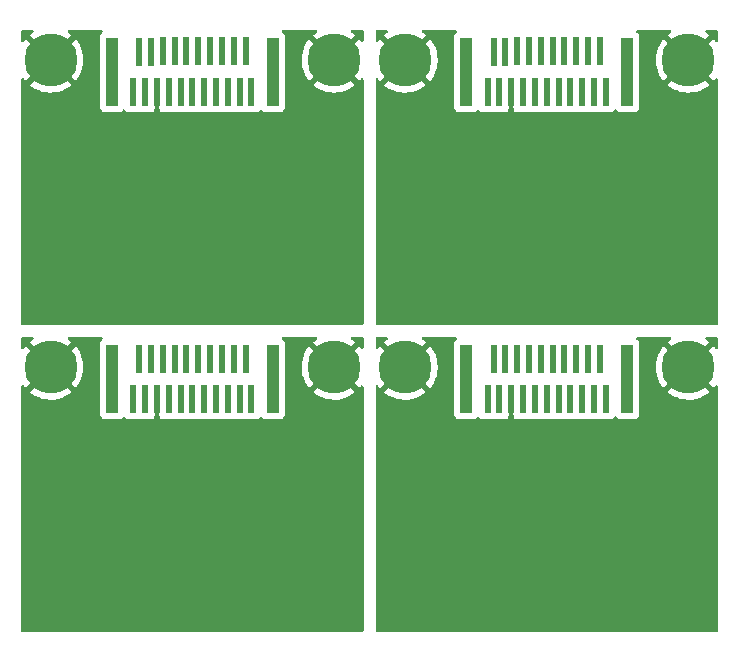
<source format=gbr>
%TF.GenerationSoftware,KiCad,Pcbnew,(6.0.0-0)*%
%TF.CreationDate,2022-03-16T23:04:28-04:00*%
%TF.ProjectId,for_stencil,666f725f-7374-4656-9e63-696c2e6b6963,rev?*%
%TF.SameCoordinates,Original*%
%TF.FileFunction,Copper,L4,Bot*%
%TF.FilePolarity,Positive*%
%FSLAX46Y46*%
G04 Gerber Fmt 4.6, Leading zero omitted, Abs format (unit mm)*
G04 Created by KiCad (PCBNEW (6.0.0-0)) date 2022-03-16 23:04:28*
%MOMM*%
%LPD*%
G01*
G04 APERTURE LIST*
%TA.AperFunction,ComponentPad*%
%ADD10C,4.500000*%
%TD*%
%TA.AperFunction,SMDPad,CuDef*%
%ADD11R,1.000000X5.850000*%
%TD*%
%TA.AperFunction,SMDPad,CuDef*%
%ADD12R,0.610000X2.410000*%
%TD*%
G04 APERTURE END LIST*
D10*
%TO.P,H1,1,1*%
%TO.N,GND*%
X95000000Y-38000000D03*
%TD*%
%TO.P,H1,1,1*%
%TO.N,GND*%
X125000000Y-38000000D03*
%TD*%
D11*
%TO.P,J1,*%
%TO.N,*%
X100173500Y-39000000D03*
X113826500Y-39000000D03*
D12*
%TO.P,J1,1,SDA(E)*%
%TO.N,/SDA_EEPROM*%
X101996500Y-40720000D03*
%TO.P,J1,2,SCL(E)*%
%TO.N,/SCL_EEPROM*%
X102996500Y-40720000D03*
%TO.P,J1,3,GND*%
%TO.N,GND*%
X103996500Y-40720000D03*
%TO.P,J1,4,NC*%
%TO.N,unconnected-(J1-Pad4)*%
X104996500Y-40720000D03*
%TO.P,J1,5,~{RST}*%
%TO.N,/~{RST}*%
X105996500Y-40720000D03*
%TO.P,J1,6,SCK*%
%TO.N,/SCK*%
X106996500Y-40720000D03*
%TO.P,J1,7,MISO*%
%TO.N,/MISO*%
X107996500Y-40720000D03*
%TO.P,J1,8,MOSI*%
%TO.N,/MOSI*%
X108996500Y-40720000D03*
%TO.P,J1,9,CE*%
%TO.N,/CS*%
X109996500Y-40720000D03*
%TO.P,J1,10,SDA*%
%TO.N,/SDA*%
X110996500Y-40720000D03*
%TO.P,J1,11,SCL*%
%TO.N,/SCL*%
X111996500Y-40720000D03*
%TO.P,J1,12,NC*%
%TO.N,unconnected-(J1-Pad12)*%
X111496500Y-37280000D03*
%TO.P,J1,13,RX*%
%TO.N,/RXD*%
X110496500Y-37280000D03*
%TO.P,J1,14,TX*%
%TO.N,/TXD*%
X109496500Y-37280000D03*
%TO.P,J1,15,STAT*%
%TO.N,/Status*%
X108496500Y-37280000D03*
%TO.P,J1,16,A0*%
%TO.N,/A0*%
X107496500Y-37280000D03*
%TO.P,J1,17,A1*%
%TO.N,/A1*%
X106496500Y-37280000D03*
%TO.P,J1,18,NC*%
%TO.N,unconnected-(J1-Pad18)*%
X105496500Y-37280000D03*
%TO.P,J1,19,3V3*%
%TO.N,/3V3*%
X104496500Y-37280000D03*
%TO.P,J1,20,NC*%
%TO.N,unconnected-(J1-Pad20)*%
X103496500Y-37320000D03*
%TO.P,J1,21,5V*%
%TO.N,/5V*%
X102496500Y-37320000D03*
%TD*%
D11*
%TO.P,J1,*%
%TO.N,*%
X130173500Y-39000000D03*
X143826500Y-39000000D03*
D12*
%TO.P,J1,1,SDA(E)*%
%TO.N,/SDA_EEPROM*%
X131996500Y-40720000D03*
%TO.P,J1,2,SCL(E)*%
%TO.N,/SCL_EEPROM*%
X132996500Y-40720000D03*
%TO.P,J1,3,GND*%
%TO.N,GND*%
X133996500Y-40720000D03*
%TO.P,J1,4,NC*%
%TO.N,unconnected-(J1-Pad4)*%
X134996500Y-40720000D03*
%TO.P,J1,5,~{RST}*%
%TO.N,/~{RST}*%
X135996500Y-40720000D03*
%TO.P,J1,6,SCK*%
%TO.N,/SCK*%
X136996500Y-40720000D03*
%TO.P,J1,7,MISO*%
%TO.N,/MISO*%
X137996500Y-40720000D03*
%TO.P,J1,8,MOSI*%
%TO.N,/MOSI*%
X138996500Y-40720000D03*
%TO.P,J1,9,CE*%
%TO.N,/CS*%
X139996500Y-40720000D03*
%TO.P,J1,10,SDA*%
%TO.N,/SDA*%
X140996500Y-40720000D03*
%TO.P,J1,11,SCL*%
%TO.N,/SCL*%
X141996500Y-40720000D03*
%TO.P,J1,12,NC*%
%TO.N,unconnected-(J1-Pad12)*%
X141496500Y-37280000D03*
%TO.P,J1,13,RX*%
%TO.N,/RXD*%
X140496500Y-37280000D03*
%TO.P,J1,14,TX*%
%TO.N,/TXD*%
X139496500Y-37280000D03*
%TO.P,J1,15,STAT*%
%TO.N,/Status*%
X138496500Y-37280000D03*
%TO.P,J1,16,A0*%
%TO.N,/A0*%
X137496500Y-37280000D03*
%TO.P,J1,17,A1*%
%TO.N,/A1*%
X136496500Y-37280000D03*
%TO.P,J1,18,NC*%
%TO.N,unconnected-(J1-Pad18)*%
X135496500Y-37280000D03*
%TO.P,J1,19,3V3*%
%TO.N,/3V3*%
X134496500Y-37280000D03*
%TO.P,J1,20,NC*%
%TO.N,unconnected-(J1-Pad20)*%
X133496500Y-37320000D03*
%TO.P,J1,21,5V*%
%TO.N,/5V*%
X132496500Y-37320000D03*
%TD*%
D10*
%TO.P,H2,1,1*%
%TO.N,GND*%
X149000000Y-38000000D03*
%TD*%
%TO.P,H2,1,1*%
%TO.N,GND*%
X119000000Y-38000000D03*
%TD*%
%TO.P,H1,1,1*%
%TO.N,GND*%
X125000000Y-64000000D03*
%TD*%
D11*
%TO.P,J1,*%
%TO.N,*%
X130173500Y-65000000D03*
X143826500Y-65000000D03*
D12*
%TO.P,J1,1,SDA(E)*%
%TO.N,/SDA_EEPROM*%
X131996500Y-66720000D03*
%TO.P,J1,2,SCL(E)*%
%TO.N,/SCL_EEPROM*%
X132996500Y-66720000D03*
%TO.P,J1,3,GND*%
%TO.N,GND*%
X133996500Y-66720000D03*
%TO.P,J1,4,NC*%
%TO.N,unconnected-(J1-Pad4)*%
X134996500Y-66720000D03*
%TO.P,J1,5,~{RST}*%
%TO.N,/~{RST}*%
X135996500Y-66720000D03*
%TO.P,J1,6,SCK*%
%TO.N,/SCK*%
X136996500Y-66720000D03*
%TO.P,J1,7,MISO*%
%TO.N,/MISO*%
X137996500Y-66720000D03*
%TO.P,J1,8,MOSI*%
%TO.N,/MOSI*%
X138996500Y-66720000D03*
%TO.P,J1,9,CE*%
%TO.N,/CS*%
X139996500Y-66720000D03*
%TO.P,J1,10,SDA*%
%TO.N,/SDA*%
X140996500Y-66720000D03*
%TO.P,J1,11,SCL*%
%TO.N,/SCL*%
X141996500Y-66720000D03*
%TO.P,J1,12,NC*%
%TO.N,unconnected-(J1-Pad12)*%
X141496500Y-63280000D03*
%TO.P,J1,13,RX*%
%TO.N,/RXD*%
X140496500Y-63280000D03*
%TO.P,J1,14,TX*%
%TO.N,/TXD*%
X139496500Y-63280000D03*
%TO.P,J1,15,STAT*%
%TO.N,/Status*%
X138496500Y-63280000D03*
%TO.P,J1,16,A0*%
%TO.N,/A0*%
X137496500Y-63280000D03*
%TO.P,J1,17,A1*%
%TO.N,/A1*%
X136496500Y-63280000D03*
%TO.P,J1,18,NC*%
%TO.N,unconnected-(J1-Pad18)*%
X135496500Y-63280000D03*
%TO.P,J1,19,3V3*%
%TO.N,/3V3*%
X134496500Y-63280000D03*
%TO.P,J1,20,NC*%
%TO.N,unconnected-(J1-Pad20)*%
X133496500Y-63320000D03*
%TO.P,J1,21,5V*%
%TO.N,/5V*%
X132496500Y-63320000D03*
%TD*%
D10*
%TO.P,H2,1,1*%
%TO.N,GND*%
X149000000Y-64000000D03*
%TD*%
%TO.P,H1,1,1*%
%TO.N,GND*%
X95000000Y-64000000D03*
%TD*%
%TO.P,H2,1,1*%
%TO.N,GND*%
X119000000Y-64000000D03*
%TD*%
D11*
%TO.P,J1,*%
%TO.N,*%
X100173500Y-65000000D03*
X113826500Y-65000000D03*
D12*
%TO.P,J1,1,SDA(E)*%
%TO.N,/SDA_EEPROM*%
X101996500Y-66720000D03*
%TO.P,J1,2,SCL(E)*%
%TO.N,/SCL_EEPROM*%
X102996500Y-66720000D03*
%TO.P,J1,3,GND*%
%TO.N,GND*%
X103996500Y-66720000D03*
%TO.P,J1,4,NC*%
%TO.N,unconnected-(J1-Pad4)*%
X104996500Y-66720000D03*
%TO.P,J1,5,~{RST}*%
%TO.N,/~{RST}*%
X105996500Y-66720000D03*
%TO.P,J1,6,SCK*%
%TO.N,/SCK*%
X106996500Y-66720000D03*
%TO.P,J1,7,MISO*%
%TO.N,/MISO*%
X107996500Y-66720000D03*
%TO.P,J1,8,MOSI*%
%TO.N,/MOSI*%
X108996500Y-66720000D03*
%TO.P,J1,9,CE*%
%TO.N,/CS*%
X109996500Y-66720000D03*
%TO.P,J1,10,SDA*%
%TO.N,/SDA*%
X110996500Y-66720000D03*
%TO.P,J1,11,SCL*%
%TO.N,/SCL*%
X111996500Y-66720000D03*
%TO.P,J1,12,NC*%
%TO.N,unconnected-(J1-Pad12)*%
X111496500Y-63280000D03*
%TO.P,J1,13,RX*%
%TO.N,/RXD*%
X110496500Y-63280000D03*
%TO.P,J1,14,TX*%
%TO.N,/TXD*%
X109496500Y-63280000D03*
%TO.P,J1,15,STAT*%
%TO.N,/Status*%
X108496500Y-63280000D03*
%TO.P,J1,16,A0*%
%TO.N,/A0*%
X107496500Y-63280000D03*
%TO.P,J1,17,A1*%
%TO.N,/A1*%
X106496500Y-63280000D03*
%TO.P,J1,18,NC*%
%TO.N,unconnected-(J1-Pad18)*%
X105496500Y-63280000D03*
%TO.P,J1,19,3V3*%
%TO.N,/3V3*%
X104496500Y-63280000D03*
%TO.P,J1,20,NC*%
%TO.N,unconnected-(J1-Pad20)*%
X103496500Y-63320000D03*
%TO.P,J1,21,5V*%
%TO.N,/5V*%
X102496500Y-63320000D03*
%TD*%
%TA.AperFunction,Conductor*%
%TO.N,GND*%
G36*
X93508556Y-61466002D02*
G01*
X93555049Y-61519658D01*
X93565153Y-61589932D01*
X93535659Y-61654512D01*
X93504858Y-61680285D01*
X93450196Y-61712805D01*
X93443945Y-61717053D01*
X93250733Y-61866115D01*
X93242267Y-61877773D01*
X93248871Y-61889661D01*
X94987188Y-63627978D01*
X95001132Y-63635592D01*
X95002965Y-63635461D01*
X95009580Y-63631210D01*
X96750162Y-61890628D01*
X96757174Y-61877787D01*
X96749379Y-61867098D01*
X96579886Y-61733481D01*
X96573663Y-61729156D01*
X96492326Y-61679605D01*
X96444557Y-61627082D01*
X96432767Y-61557071D01*
X96460699Y-61491800D01*
X96519485Y-61451992D01*
X96557879Y-61446000D01*
X99286595Y-61446000D01*
X99354716Y-61466002D01*
X99401209Y-61519658D01*
X99411313Y-61589932D01*
X99381819Y-61654512D01*
X99362163Y-61672824D01*
X99310239Y-61711739D01*
X99222885Y-61828295D01*
X99171755Y-61964684D01*
X99165000Y-62026866D01*
X99165000Y-67973134D01*
X99171755Y-68035316D01*
X99222885Y-68171705D01*
X99310239Y-68288261D01*
X99426795Y-68375615D01*
X99563184Y-68426745D01*
X99625366Y-68433500D01*
X100721634Y-68433500D01*
X100783816Y-68426745D01*
X100920205Y-68375615D01*
X101036761Y-68288261D01*
X101081674Y-68228334D01*
X101138533Y-68185819D01*
X101209352Y-68180793D01*
X101271645Y-68214853D01*
X101283326Y-68228334D01*
X101328239Y-68288261D01*
X101444795Y-68375615D01*
X101581184Y-68426745D01*
X101643366Y-68433500D01*
X102349634Y-68433500D01*
X102411816Y-68426745D01*
X102452271Y-68411579D01*
X102523076Y-68406396D01*
X102540723Y-68411577D01*
X102581184Y-68426745D01*
X102643366Y-68433500D01*
X103349634Y-68433500D01*
X103411816Y-68426745D01*
X103419217Y-68423970D01*
X103419219Y-68423970D01*
X103452981Y-68411313D01*
X103523788Y-68406129D01*
X103541443Y-68411313D01*
X103573890Y-68423477D01*
X103589149Y-68427105D01*
X103640014Y-68432631D01*
X103646828Y-68433000D01*
X103724385Y-68433000D01*
X103739624Y-68428525D01*
X103740829Y-68427135D01*
X103742500Y-68419452D01*
X103742500Y-68218852D01*
X103754347Y-68172542D01*
X103752115Y-68171705D01*
X103800471Y-68042715D01*
X103803245Y-68035316D01*
X103810000Y-67973134D01*
X103810000Y-66592000D01*
X103830002Y-66523879D01*
X103883658Y-66477386D01*
X103936000Y-66466000D01*
X104057000Y-66466000D01*
X104125121Y-66486002D01*
X104171614Y-66539658D01*
X104183000Y-66592000D01*
X104183000Y-67973134D01*
X104189755Y-68035316D01*
X104192529Y-68042715D01*
X104240885Y-68171705D01*
X104238653Y-68172542D01*
X104250500Y-68218852D01*
X104250500Y-68414884D01*
X104254975Y-68430123D01*
X104256365Y-68431328D01*
X104264048Y-68432999D01*
X104346169Y-68432999D01*
X104352990Y-68432629D01*
X104403852Y-68427105D01*
X104419107Y-68423478D01*
X104451557Y-68411313D01*
X104522364Y-68406129D01*
X104540019Y-68411313D01*
X104573781Y-68423970D01*
X104573783Y-68423970D01*
X104581184Y-68426745D01*
X104643366Y-68433500D01*
X105349634Y-68433500D01*
X105411816Y-68426745D01*
X105452271Y-68411579D01*
X105523076Y-68406396D01*
X105540723Y-68411577D01*
X105581184Y-68426745D01*
X105643366Y-68433500D01*
X106349634Y-68433500D01*
X106411816Y-68426745D01*
X106452271Y-68411579D01*
X106523076Y-68406396D01*
X106540723Y-68411577D01*
X106581184Y-68426745D01*
X106643366Y-68433500D01*
X107349634Y-68433500D01*
X107411816Y-68426745D01*
X107452271Y-68411579D01*
X107523076Y-68406396D01*
X107540723Y-68411577D01*
X107581184Y-68426745D01*
X107643366Y-68433500D01*
X108349634Y-68433500D01*
X108411816Y-68426745D01*
X108452271Y-68411579D01*
X108523076Y-68406396D01*
X108540723Y-68411577D01*
X108581184Y-68426745D01*
X108643366Y-68433500D01*
X109349634Y-68433500D01*
X109411816Y-68426745D01*
X109452271Y-68411579D01*
X109523076Y-68406396D01*
X109540723Y-68411577D01*
X109581184Y-68426745D01*
X109643366Y-68433500D01*
X110349634Y-68433500D01*
X110411816Y-68426745D01*
X110452271Y-68411579D01*
X110523076Y-68406396D01*
X110540723Y-68411577D01*
X110581184Y-68426745D01*
X110643366Y-68433500D01*
X111349634Y-68433500D01*
X111411816Y-68426745D01*
X111452271Y-68411579D01*
X111523076Y-68406396D01*
X111540723Y-68411577D01*
X111581184Y-68426745D01*
X111643366Y-68433500D01*
X112349634Y-68433500D01*
X112411816Y-68426745D01*
X112548205Y-68375615D01*
X112664761Y-68288261D01*
X112713174Y-68223664D01*
X112770033Y-68181149D01*
X112840852Y-68176123D01*
X112903145Y-68210183D01*
X112914826Y-68223664D01*
X112963239Y-68288261D01*
X113079795Y-68375615D01*
X113216184Y-68426745D01*
X113278366Y-68433500D01*
X114374634Y-68433500D01*
X114436816Y-68426745D01*
X114573205Y-68375615D01*
X114689761Y-68288261D01*
X114777115Y-68171705D01*
X114828245Y-68035316D01*
X114835000Y-67973134D01*
X114835000Y-66121982D01*
X117243142Y-66121982D01*
X117250668Y-66132415D01*
X117396463Y-66249848D01*
X117402648Y-66254244D01*
X117678363Y-66426195D01*
X117685034Y-66429817D01*
X117979414Y-66567402D01*
X117986468Y-66570195D01*
X118295257Y-66671420D01*
X118302570Y-66673339D01*
X118621298Y-66736738D01*
X118628789Y-66737764D01*
X118952823Y-66762413D01*
X118960386Y-66762531D01*
X119285021Y-66748074D01*
X119292562Y-66747282D01*
X119613115Y-66693926D01*
X119620479Y-66692240D01*
X119932315Y-66600757D01*
X119939424Y-66598198D01*
X120238003Y-66469919D01*
X120244770Y-66466515D01*
X120525764Y-66303301D01*
X120532071Y-66299111D01*
X120750005Y-66134588D01*
X120758461Y-66123197D01*
X120751743Y-66110953D01*
X119012812Y-64372022D01*
X118998868Y-64364408D01*
X118997035Y-64364539D01*
X118990420Y-64368790D01*
X117250257Y-66108953D01*
X117243142Y-66121982D01*
X114835000Y-66121982D01*
X114835000Y-63974858D01*
X116237299Y-63974858D01*
X116253456Y-64299410D01*
X116254287Y-64306939D01*
X116309318Y-64627198D01*
X116311051Y-64634585D01*
X116404156Y-64945909D01*
X116406759Y-64953022D01*
X116536595Y-65250913D01*
X116540037Y-65257669D01*
X116704720Y-65537803D01*
X116708943Y-65544088D01*
X116865792Y-65749608D01*
X116877316Y-65758069D01*
X116889382Y-65751408D01*
X118627978Y-64012812D01*
X118635592Y-63998868D01*
X118635461Y-63997035D01*
X118631210Y-63990420D01*
X116890864Y-62250074D01*
X116877929Y-62243011D01*
X116867367Y-62250671D01*
X116741785Y-62408268D01*
X116737428Y-62414467D01*
X116566913Y-62691094D01*
X116563333Y-62697770D01*
X116427287Y-62992878D01*
X116424537Y-62999929D01*
X116324927Y-63309251D01*
X116323044Y-63316584D01*
X116261316Y-63635632D01*
X116260329Y-63643132D01*
X116237378Y-63967277D01*
X116237299Y-63974858D01*
X114835000Y-63974858D01*
X114835000Y-62026866D01*
X114828245Y-61964684D01*
X114777115Y-61828295D01*
X114689761Y-61711739D01*
X114637838Y-61672825D01*
X114595325Y-61615966D01*
X114590300Y-61545148D01*
X114624359Y-61482855D01*
X114686691Y-61448865D01*
X114713405Y-61446000D01*
X117440435Y-61446000D01*
X117508556Y-61466002D01*
X117555049Y-61519658D01*
X117565153Y-61589932D01*
X117535659Y-61654512D01*
X117504858Y-61680285D01*
X117450196Y-61712805D01*
X117443945Y-61717053D01*
X117250733Y-61866115D01*
X117242267Y-61877773D01*
X117248871Y-61889661D01*
X118987188Y-63627978D01*
X119001132Y-63635592D01*
X119002965Y-63635461D01*
X119009580Y-63631210D01*
X120750162Y-61890628D01*
X120757174Y-61877787D01*
X120749379Y-61867098D01*
X120579886Y-61733481D01*
X120573663Y-61729156D01*
X120492326Y-61679605D01*
X120444557Y-61627082D01*
X120432767Y-61557071D01*
X120460699Y-61491800D01*
X120519485Y-61451992D01*
X120557879Y-61446000D01*
X121361000Y-61446000D01*
X121429121Y-61466002D01*
X121475614Y-61519658D01*
X121487000Y-61572000D01*
X121487000Y-62337698D01*
X121466998Y-62405819D01*
X121413342Y-62452312D01*
X121343068Y-62462416D01*
X121278488Y-62432922D01*
X121261643Y-62415184D01*
X121133617Y-62251022D01*
X121121823Y-62242551D01*
X121110113Y-62249097D01*
X119372022Y-63987188D01*
X119364408Y-64001132D01*
X119364539Y-64002965D01*
X119368790Y-64009580D01*
X121108825Y-65749615D01*
X121121948Y-65756781D01*
X121132250Y-65749391D01*
X121241429Y-65615285D01*
X121245838Y-65609149D01*
X121254437Y-65595520D01*
X121307703Y-65548581D01*
X121377891Y-65537891D01*
X121442715Y-65566844D01*
X121481596Y-65626248D01*
X121487000Y-65662754D01*
X121487000Y-86304000D01*
X121466998Y-86372121D01*
X121413342Y-86418614D01*
X121361000Y-86430000D01*
X92629000Y-86430000D01*
X92560879Y-86409998D01*
X92514386Y-86356342D01*
X92503000Y-86304000D01*
X92503000Y-66121982D01*
X93243142Y-66121982D01*
X93250668Y-66132415D01*
X93396463Y-66249848D01*
X93402648Y-66254244D01*
X93678363Y-66426195D01*
X93685034Y-66429817D01*
X93979414Y-66567402D01*
X93986468Y-66570195D01*
X94295257Y-66671420D01*
X94302570Y-66673339D01*
X94621298Y-66736738D01*
X94628789Y-66737764D01*
X94952823Y-66762413D01*
X94960386Y-66762531D01*
X95285021Y-66748074D01*
X95292562Y-66747282D01*
X95613115Y-66693926D01*
X95620479Y-66692240D01*
X95932315Y-66600757D01*
X95939424Y-66598198D01*
X96238003Y-66469919D01*
X96244770Y-66466515D01*
X96525764Y-66303301D01*
X96532071Y-66299111D01*
X96750005Y-66134588D01*
X96758461Y-66123197D01*
X96751743Y-66110953D01*
X95012812Y-64372022D01*
X94998868Y-64364408D01*
X94997035Y-64364539D01*
X94990420Y-64368790D01*
X93250257Y-66108953D01*
X93243142Y-66121982D01*
X92503000Y-66121982D01*
X92503000Y-65647024D01*
X92523002Y-65578903D01*
X92576658Y-65532410D01*
X92646932Y-65522306D01*
X92711512Y-65551800D01*
X92729163Y-65570582D01*
X92865792Y-65749608D01*
X92877316Y-65758069D01*
X92889382Y-65751408D01*
X94627978Y-64012812D01*
X94634356Y-64001132D01*
X95364408Y-64001132D01*
X95364539Y-64002965D01*
X95368790Y-64009580D01*
X97108825Y-65749615D01*
X97121948Y-65756781D01*
X97132250Y-65749391D01*
X97241429Y-65615285D01*
X97245842Y-65609144D01*
X97419248Y-65334312D01*
X97422895Y-65327677D01*
X97562025Y-65034011D01*
X97564850Y-65026984D01*
X97667696Y-64718715D01*
X97669650Y-64711424D01*
X97734716Y-64393033D01*
X97735784Y-64385529D01*
X97762253Y-64060100D01*
X97762458Y-64055625D01*
X97763018Y-64002221D01*
X97762908Y-63997789D01*
X97743257Y-63671835D01*
X97742349Y-63664333D01*
X97683967Y-63344663D01*
X97682154Y-63337284D01*
X97585797Y-63026966D01*
X97583116Y-63019869D01*
X97450172Y-62723363D01*
X97446655Y-62716636D01*
X97279054Y-62438252D01*
X97274757Y-62431999D01*
X97133617Y-62251022D01*
X97121823Y-62242551D01*
X97110113Y-62249097D01*
X95372022Y-63987188D01*
X95364408Y-64001132D01*
X94634356Y-64001132D01*
X94635592Y-63998868D01*
X94635461Y-63997035D01*
X94631210Y-63990420D01*
X92890864Y-62250074D01*
X92877929Y-62243011D01*
X92867367Y-62250671D01*
X92741785Y-62408268D01*
X92737427Y-62414469D01*
X92736261Y-62416360D01*
X92735816Y-62416760D01*
X92735245Y-62417573D01*
X92735059Y-62417442D01*
X92683489Y-62463855D01*
X92613418Y-62475279D01*
X92548294Y-62447006D01*
X92508793Y-62388012D01*
X92503000Y-62350246D01*
X92503000Y-61572000D01*
X92523002Y-61503879D01*
X92576658Y-61457386D01*
X92629000Y-61446000D01*
X93440435Y-61446000D01*
X93508556Y-61466002D01*
G37*
%TD.AperFunction*%
%TD*%
%TA.AperFunction,Conductor*%
%TO.N,GND*%
G36*
X123508556Y-61466002D02*
G01*
X123555049Y-61519658D01*
X123565153Y-61589932D01*
X123535659Y-61654512D01*
X123504858Y-61680285D01*
X123450196Y-61712805D01*
X123443945Y-61717053D01*
X123250733Y-61866115D01*
X123242267Y-61877773D01*
X123248871Y-61889661D01*
X124987188Y-63627978D01*
X125001132Y-63635592D01*
X125002965Y-63635461D01*
X125009580Y-63631210D01*
X126750162Y-61890628D01*
X126757174Y-61877787D01*
X126749379Y-61867098D01*
X126579886Y-61733481D01*
X126573663Y-61729156D01*
X126492326Y-61679605D01*
X126444557Y-61627082D01*
X126432767Y-61557071D01*
X126460699Y-61491800D01*
X126519485Y-61451992D01*
X126557879Y-61446000D01*
X129286595Y-61446000D01*
X129354716Y-61466002D01*
X129401209Y-61519658D01*
X129411313Y-61589932D01*
X129381819Y-61654512D01*
X129362163Y-61672824D01*
X129310239Y-61711739D01*
X129222885Y-61828295D01*
X129171755Y-61964684D01*
X129165000Y-62026866D01*
X129165000Y-67973134D01*
X129171755Y-68035316D01*
X129222885Y-68171705D01*
X129310239Y-68288261D01*
X129426795Y-68375615D01*
X129563184Y-68426745D01*
X129625366Y-68433500D01*
X130721634Y-68433500D01*
X130783816Y-68426745D01*
X130920205Y-68375615D01*
X131036761Y-68288261D01*
X131081674Y-68228334D01*
X131138533Y-68185819D01*
X131209352Y-68180793D01*
X131271645Y-68214853D01*
X131283326Y-68228334D01*
X131328239Y-68288261D01*
X131444795Y-68375615D01*
X131581184Y-68426745D01*
X131643366Y-68433500D01*
X132349634Y-68433500D01*
X132411816Y-68426745D01*
X132452271Y-68411579D01*
X132523076Y-68406396D01*
X132540723Y-68411577D01*
X132581184Y-68426745D01*
X132643366Y-68433500D01*
X133349634Y-68433500D01*
X133411816Y-68426745D01*
X133419217Y-68423970D01*
X133419219Y-68423970D01*
X133452981Y-68411313D01*
X133523788Y-68406129D01*
X133541443Y-68411313D01*
X133573890Y-68423477D01*
X133589149Y-68427105D01*
X133640014Y-68432631D01*
X133646828Y-68433000D01*
X133724385Y-68433000D01*
X133739624Y-68428525D01*
X133740829Y-68427135D01*
X133742500Y-68419452D01*
X133742500Y-68218852D01*
X133754347Y-68172542D01*
X133752115Y-68171705D01*
X133800471Y-68042715D01*
X133803245Y-68035316D01*
X133810000Y-67973134D01*
X133810000Y-66592000D01*
X133830002Y-66523879D01*
X133883658Y-66477386D01*
X133936000Y-66466000D01*
X134057000Y-66466000D01*
X134125121Y-66486002D01*
X134171614Y-66539658D01*
X134183000Y-66592000D01*
X134183000Y-67973134D01*
X134189755Y-68035316D01*
X134192529Y-68042715D01*
X134240885Y-68171705D01*
X134238653Y-68172542D01*
X134250500Y-68218852D01*
X134250500Y-68414884D01*
X134254975Y-68430123D01*
X134256365Y-68431328D01*
X134264048Y-68432999D01*
X134346169Y-68432999D01*
X134352990Y-68432629D01*
X134403852Y-68427105D01*
X134419107Y-68423478D01*
X134451557Y-68411313D01*
X134522364Y-68406129D01*
X134540019Y-68411313D01*
X134573781Y-68423970D01*
X134573783Y-68423970D01*
X134581184Y-68426745D01*
X134643366Y-68433500D01*
X135349634Y-68433500D01*
X135411816Y-68426745D01*
X135452271Y-68411579D01*
X135523076Y-68406396D01*
X135540723Y-68411577D01*
X135581184Y-68426745D01*
X135643366Y-68433500D01*
X136349634Y-68433500D01*
X136411816Y-68426745D01*
X136452271Y-68411579D01*
X136523076Y-68406396D01*
X136540723Y-68411577D01*
X136581184Y-68426745D01*
X136643366Y-68433500D01*
X137349634Y-68433500D01*
X137411816Y-68426745D01*
X137452271Y-68411579D01*
X137523076Y-68406396D01*
X137540723Y-68411577D01*
X137581184Y-68426745D01*
X137643366Y-68433500D01*
X138349634Y-68433500D01*
X138411816Y-68426745D01*
X138452271Y-68411579D01*
X138523076Y-68406396D01*
X138540723Y-68411577D01*
X138581184Y-68426745D01*
X138643366Y-68433500D01*
X139349634Y-68433500D01*
X139411816Y-68426745D01*
X139452271Y-68411579D01*
X139523076Y-68406396D01*
X139540723Y-68411577D01*
X139581184Y-68426745D01*
X139643366Y-68433500D01*
X140349634Y-68433500D01*
X140411816Y-68426745D01*
X140452271Y-68411579D01*
X140523076Y-68406396D01*
X140540723Y-68411577D01*
X140581184Y-68426745D01*
X140643366Y-68433500D01*
X141349634Y-68433500D01*
X141411816Y-68426745D01*
X141452271Y-68411579D01*
X141523076Y-68406396D01*
X141540723Y-68411577D01*
X141581184Y-68426745D01*
X141643366Y-68433500D01*
X142349634Y-68433500D01*
X142411816Y-68426745D01*
X142548205Y-68375615D01*
X142664761Y-68288261D01*
X142713174Y-68223664D01*
X142770033Y-68181149D01*
X142840852Y-68176123D01*
X142903145Y-68210183D01*
X142914826Y-68223664D01*
X142963239Y-68288261D01*
X143079795Y-68375615D01*
X143216184Y-68426745D01*
X143278366Y-68433500D01*
X144374634Y-68433500D01*
X144436816Y-68426745D01*
X144573205Y-68375615D01*
X144689761Y-68288261D01*
X144777115Y-68171705D01*
X144828245Y-68035316D01*
X144835000Y-67973134D01*
X144835000Y-66121982D01*
X147243142Y-66121982D01*
X147250668Y-66132415D01*
X147396463Y-66249848D01*
X147402648Y-66254244D01*
X147678363Y-66426195D01*
X147685034Y-66429817D01*
X147979414Y-66567402D01*
X147986468Y-66570195D01*
X148295257Y-66671420D01*
X148302570Y-66673339D01*
X148621298Y-66736738D01*
X148628789Y-66737764D01*
X148952823Y-66762413D01*
X148960386Y-66762531D01*
X149285021Y-66748074D01*
X149292562Y-66747282D01*
X149613115Y-66693926D01*
X149620479Y-66692240D01*
X149932315Y-66600757D01*
X149939424Y-66598198D01*
X150238003Y-66469919D01*
X150244770Y-66466515D01*
X150525764Y-66303301D01*
X150532071Y-66299111D01*
X150750005Y-66134588D01*
X150758461Y-66123197D01*
X150751743Y-66110953D01*
X149012812Y-64372022D01*
X148998868Y-64364408D01*
X148997035Y-64364539D01*
X148990420Y-64368790D01*
X147250257Y-66108953D01*
X147243142Y-66121982D01*
X144835000Y-66121982D01*
X144835000Y-63974858D01*
X146237299Y-63974858D01*
X146253456Y-64299410D01*
X146254287Y-64306939D01*
X146309318Y-64627198D01*
X146311051Y-64634585D01*
X146404156Y-64945909D01*
X146406759Y-64953022D01*
X146536595Y-65250913D01*
X146540037Y-65257669D01*
X146704720Y-65537803D01*
X146708943Y-65544088D01*
X146865792Y-65749608D01*
X146877316Y-65758069D01*
X146889382Y-65751408D01*
X148627978Y-64012812D01*
X148635592Y-63998868D01*
X148635461Y-63997035D01*
X148631210Y-63990420D01*
X146890864Y-62250074D01*
X146877929Y-62243011D01*
X146867367Y-62250671D01*
X146741785Y-62408268D01*
X146737428Y-62414467D01*
X146566913Y-62691094D01*
X146563333Y-62697770D01*
X146427287Y-62992878D01*
X146424537Y-62999929D01*
X146324927Y-63309251D01*
X146323044Y-63316584D01*
X146261316Y-63635632D01*
X146260329Y-63643132D01*
X146237378Y-63967277D01*
X146237299Y-63974858D01*
X144835000Y-63974858D01*
X144835000Y-62026866D01*
X144828245Y-61964684D01*
X144777115Y-61828295D01*
X144689761Y-61711739D01*
X144637838Y-61672825D01*
X144595325Y-61615966D01*
X144590300Y-61545148D01*
X144624359Y-61482855D01*
X144686691Y-61448865D01*
X144713405Y-61446000D01*
X147440435Y-61446000D01*
X147508556Y-61466002D01*
X147555049Y-61519658D01*
X147565153Y-61589932D01*
X147535659Y-61654512D01*
X147504858Y-61680285D01*
X147450196Y-61712805D01*
X147443945Y-61717053D01*
X147250733Y-61866115D01*
X147242267Y-61877773D01*
X147248871Y-61889661D01*
X148987188Y-63627978D01*
X149001132Y-63635592D01*
X149002965Y-63635461D01*
X149009580Y-63631210D01*
X150750162Y-61890628D01*
X150757174Y-61877787D01*
X150749379Y-61867098D01*
X150579886Y-61733481D01*
X150573663Y-61729156D01*
X150492326Y-61679605D01*
X150444557Y-61627082D01*
X150432767Y-61557071D01*
X150460699Y-61491800D01*
X150519485Y-61451992D01*
X150557879Y-61446000D01*
X151361000Y-61446000D01*
X151429121Y-61466002D01*
X151475614Y-61519658D01*
X151487000Y-61572000D01*
X151487000Y-62337698D01*
X151466998Y-62405819D01*
X151413342Y-62452312D01*
X151343068Y-62462416D01*
X151278488Y-62432922D01*
X151261643Y-62415184D01*
X151133617Y-62251022D01*
X151121823Y-62242551D01*
X151110113Y-62249097D01*
X149372022Y-63987188D01*
X149364408Y-64001132D01*
X149364539Y-64002965D01*
X149368790Y-64009580D01*
X151108825Y-65749615D01*
X151121948Y-65756781D01*
X151132250Y-65749391D01*
X151241429Y-65615285D01*
X151245838Y-65609149D01*
X151254437Y-65595520D01*
X151307703Y-65548581D01*
X151377891Y-65537891D01*
X151442715Y-65566844D01*
X151481596Y-65626248D01*
X151487000Y-65662754D01*
X151487000Y-86304000D01*
X151466998Y-86372121D01*
X151413342Y-86418614D01*
X151361000Y-86430000D01*
X122629000Y-86430000D01*
X122560879Y-86409998D01*
X122514386Y-86356342D01*
X122503000Y-86304000D01*
X122503000Y-66121982D01*
X123243142Y-66121982D01*
X123250668Y-66132415D01*
X123396463Y-66249848D01*
X123402648Y-66254244D01*
X123678363Y-66426195D01*
X123685034Y-66429817D01*
X123979414Y-66567402D01*
X123986468Y-66570195D01*
X124295257Y-66671420D01*
X124302570Y-66673339D01*
X124621298Y-66736738D01*
X124628789Y-66737764D01*
X124952823Y-66762413D01*
X124960386Y-66762531D01*
X125285021Y-66748074D01*
X125292562Y-66747282D01*
X125613115Y-66693926D01*
X125620479Y-66692240D01*
X125932315Y-66600757D01*
X125939424Y-66598198D01*
X126238003Y-66469919D01*
X126244770Y-66466515D01*
X126525764Y-66303301D01*
X126532071Y-66299111D01*
X126750005Y-66134588D01*
X126758461Y-66123197D01*
X126751743Y-66110953D01*
X125012812Y-64372022D01*
X124998868Y-64364408D01*
X124997035Y-64364539D01*
X124990420Y-64368790D01*
X123250257Y-66108953D01*
X123243142Y-66121982D01*
X122503000Y-66121982D01*
X122503000Y-65647024D01*
X122523002Y-65578903D01*
X122576658Y-65532410D01*
X122646932Y-65522306D01*
X122711512Y-65551800D01*
X122729163Y-65570582D01*
X122865792Y-65749608D01*
X122877316Y-65758069D01*
X122889382Y-65751408D01*
X124627978Y-64012812D01*
X124634356Y-64001132D01*
X125364408Y-64001132D01*
X125364539Y-64002965D01*
X125368790Y-64009580D01*
X127108825Y-65749615D01*
X127121948Y-65756781D01*
X127132250Y-65749391D01*
X127241429Y-65615285D01*
X127245842Y-65609144D01*
X127419248Y-65334312D01*
X127422895Y-65327677D01*
X127562025Y-65034011D01*
X127564850Y-65026984D01*
X127667696Y-64718715D01*
X127669650Y-64711424D01*
X127734716Y-64393033D01*
X127735784Y-64385529D01*
X127762253Y-64060100D01*
X127762458Y-64055625D01*
X127763018Y-64002221D01*
X127762908Y-63997789D01*
X127743257Y-63671835D01*
X127742349Y-63664333D01*
X127683967Y-63344663D01*
X127682154Y-63337284D01*
X127585797Y-63026966D01*
X127583116Y-63019869D01*
X127450172Y-62723363D01*
X127446655Y-62716636D01*
X127279054Y-62438252D01*
X127274757Y-62431999D01*
X127133617Y-62251022D01*
X127121823Y-62242551D01*
X127110113Y-62249097D01*
X125372022Y-63987188D01*
X125364408Y-64001132D01*
X124634356Y-64001132D01*
X124635592Y-63998868D01*
X124635461Y-63997035D01*
X124631210Y-63990420D01*
X122890864Y-62250074D01*
X122877929Y-62243011D01*
X122867367Y-62250671D01*
X122741785Y-62408268D01*
X122737427Y-62414469D01*
X122736261Y-62416360D01*
X122735816Y-62416760D01*
X122735245Y-62417573D01*
X122735059Y-62417442D01*
X122683489Y-62463855D01*
X122613418Y-62475279D01*
X122548294Y-62447006D01*
X122508793Y-62388012D01*
X122503000Y-62350246D01*
X122503000Y-61572000D01*
X122523002Y-61503879D01*
X122576658Y-61457386D01*
X122629000Y-61446000D01*
X123440435Y-61446000D01*
X123508556Y-61466002D01*
G37*
%TD.AperFunction*%
%TD*%
%TA.AperFunction,Conductor*%
%TO.N,GND*%
G36*
X93508556Y-35466002D02*
G01*
X93555049Y-35519658D01*
X93565153Y-35589932D01*
X93535659Y-35654512D01*
X93504858Y-35680285D01*
X93450196Y-35712805D01*
X93443945Y-35717053D01*
X93250733Y-35866115D01*
X93242267Y-35877773D01*
X93248871Y-35889661D01*
X94987188Y-37627978D01*
X95001132Y-37635592D01*
X95002965Y-37635461D01*
X95009580Y-37631210D01*
X96750162Y-35890628D01*
X96757174Y-35877787D01*
X96749379Y-35867098D01*
X96579886Y-35733481D01*
X96573663Y-35729156D01*
X96492326Y-35679605D01*
X96444557Y-35627082D01*
X96432767Y-35557071D01*
X96460699Y-35491800D01*
X96519485Y-35451992D01*
X96557879Y-35446000D01*
X99286595Y-35446000D01*
X99354716Y-35466002D01*
X99401209Y-35519658D01*
X99411313Y-35589932D01*
X99381819Y-35654512D01*
X99362163Y-35672824D01*
X99310239Y-35711739D01*
X99222885Y-35828295D01*
X99171755Y-35964684D01*
X99165000Y-36026866D01*
X99165000Y-41973134D01*
X99171755Y-42035316D01*
X99222885Y-42171705D01*
X99310239Y-42288261D01*
X99426795Y-42375615D01*
X99563184Y-42426745D01*
X99625366Y-42433500D01*
X100721634Y-42433500D01*
X100783816Y-42426745D01*
X100920205Y-42375615D01*
X101036761Y-42288261D01*
X101081674Y-42228334D01*
X101138533Y-42185819D01*
X101209352Y-42180793D01*
X101271645Y-42214853D01*
X101283326Y-42228334D01*
X101328239Y-42288261D01*
X101444795Y-42375615D01*
X101581184Y-42426745D01*
X101643366Y-42433500D01*
X102349634Y-42433500D01*
X102411816Y-42426745D01*
X102452271Y-42411579D01*
X102523076Y-42406396D01*
X102540723Y-42411577D01*
X102581184Y-42426745D01*
X102643366Y-42433500D01*
X103349634Y-42433500D01*
X103411816Y-42426745D01*
X103419217Y-42423970D01*
X103419219Y-42423970D01*
X103452981Y-42411313D01*
X103523788Y-42406129D01*
X103541443Y-42411313D01*
X103573890Y-42423477D01*
X103589149Y-42427105D01*
X103640014Y-42432631D01*
X103646828Y-42433000D01*
X103724385Y-42433000D01*
X103739624Y-42428525D01*
X103740829Y-42427135D01*
X103742500Y-42419452D01*
X103742500Y-42218852D01*
X103754347Y-42172542D01*
X103752115Y-42171705D01*
X103800471Y-42042715D01*
X103803245Y-42035316D01*
X103810000Y-41973134D01*
X103810000Y-40592000D01*
X103830002Y-40523879D01*
X103883658Y-40477386D01*
X103936000Y-40466000D01*
X104057000Y-40466000D01*
X104125121Y-40486002D01*
X104171614Y-40539658D01*
X104183000Y-40592000D01*
X104183000Y-41973134D01*
X104189755Y-42035316D01*
X104192529Y-42042715D01*
X104240885Y-42171705D01*
X104238653Y-42172542D01*
X104250500Y-42218852D01*
X104250500Y-42414884D01*
X104254975Y-42430123D01*
X104256365Y-42431328D01*
X104264048Y-42432999D01*
X104346169Y-42432999D01*
X104352990Y-42432629D01*
X104403852Y-42427105D01*
X104419107Y-42423478D01*
X104451557Y-42411313D01*
X104522364Y-42406129D01*
X104540019Y-42411313D01*
X104573781Y-42423970D01*
X104573783Y-42423970D01*
X104581184Y-42426745D01*
X104643366Y-42433500D01*
X105349634Y-42433500D01*
X105411816Y-42426745D01*
X105452271Y-42411579D01*
X105523076Y-42406396D01*
X105540723Y-42411577D01*
X105581184Y-42426745D01*
X105643366Y-42433500D01*
X106349634Y-42433500D01*
X106411816Y-42426745D01*
X106452271Y-42411579D01*
X106523076Y-42406396D01*
X106540723Y-42411577D01*
X106581184Y-42426745D01*
X106643366Y-42433500D01*
X107349634Y-42433500D01*
X107411816Y-42426745D01*
X107452271Y-42411579D01*
X107523076Y-42406396D01*
X107540723Y-42411577D01*
X107581184Y-42426745D01*
X107643366Y-42433500D01*
X108349634Y-42433500D01*
X108411816Y-42426745D01*
X108452271Y-42411579D01*
X108523076Y-42406396D01*
X108540723Y-42411577D01*
X108581184Y-42426745D01*
X108643366Y-42433500D01*
X109349634Y-42433500D01*
X109411816Y-42426745D01*
X109452271Y-42411579D01*
X109523076Y-42406396D01*
X109540723Y-42411577D01*
X109581184Y-42426745D01*
X109643366Y-42433500D01*
X110349634Y-42433500D01*
X110411816Y-42426745D01*
X110452271Y-42411579D01*
X110523076Y-42406396D01*
X110540723Y-42411577D01*
X110581184Y-42426745D01*
X110643366Y-42433500D01*
X111349634Y-42433500D01*
X111411816Y-42426745D01*
X111452271Y-42411579D01*
X111523076Y-42406396D01*
X111540723Y-42411577D01*
X111581184Y-42426745D01*
X111643366Y-42433500D01*
X112349634Y-42433500D01*
X112411816Y-42426745D01*
X112548205Y-42375615D01*
X112664761Y-42288261D01*
X112713174Y-42223664D01*
X112770033Y-42181149D01*
X112840852Y-42176123D01*
X112903145Y-42210183D01*
X112914826Y-42223664D01*
X112963239Y-42288261D01*
X113079795Y-42375615D01*
X113216184Y-42426745D01*
X113278366Y-42433500D01*
X114374634Y-42433500D01*
X114436816Y-42426745D01*
X114573205Y-42375615D01*
X114689761Y-42288261D01*
X114777115Y-42171705D01*
X114828245Y-42035316D01*
X114835000Y-41973134D01*
X114835000Y-40121982D01*
X117243142Y-40121982D01*
X117250668Y-40132415D01*
X117396463Y-40249848D01*
X117402648Y-40254244D01*
X117678363Y-40426195D01*
X117685034Y-40429817D01*
X117979414Y-40567402D01*
X117986468Y-40570195D01*
X118295257Y-40671420D01*
X118302570Y-40673339D01*
X118621298Y-40736738D01*
X118628789Y-40737764D01*
X118952823Y-40762413D01*
X118960386Y-40762531D01*
X119285021Y-40748074D01*
X119292562Y-40747282D01*
X119613115Y-40693926D01*
X119620479Y-40692240D01*
X119932315Y-40600757D01*
X119939424Y-40598198D01*
X120238003Y-40469919D01*
X120244770Y-40466515D01*
X120525764Y-40303301D01*
X120532071Y-40299111D01*
X120750005Y-40134588D01*
X120758461Y-40123197D01*
X120751743Y-40110953D01*
X119012812Y-38372022D01*
X118998868Y-38364408D01*
X118997035Y-38364539D01*
X118990420Y-38368790D01*
X117250257Y-40108953D01*
X117243142Y-40121982D01*
X114835000Y-40121982D01*
X114835000Y-37974858D01*
X116237299Y-37974858D01*
X116253456Y-38299410D01*
X116254287Y-38306939D01*
X116309318Y-38627198D01*
X116311051Y-38634585D01*
X116404156Y-38945909D01*
X116406759Y-38953022D01*
X116536595Y-39250913D01*
X116540037Y-39257669D01*
X116704720Y-39537803D01*
X116708943Y-39544088D01*
X116865792Y-39749608D01*
X116877316Y-39758069D01*
X116889382Y-39751408D01*
X118627978Y-38012812D01*
X118635592Y-37998868D01*
X118635461Y-37997035D01*
X118631210Y-37990420D01*
X116890864Y-36250074D01*
X116877929Y-36243011D01*
X116867367Y-36250671D01*
X116741785Y-36408268D01*
X116737428Y-36414467D01*
X116566913Y-36691094D01*
X116563333Y-36697770D01*
X116427287Y-36992878D01*
X116424537Y-36999929D01*
X116324927Y-37309251D01*
X116323044Y-37316584D01*
X116261316Y-37635632D01*
X116260329Y-37643132D01*
X116237378Y-37967277D01*
X116237299Y-37974858D01*
X114835000Y-37974858D01*
X114835000Y-36026866D01*
X114828245Y-35964684D01*
X114777115Y-35828295D01*
X114689761Y-35711739D01*
X114637838Y-35672825D01*
X114595325Y-35615966D01*
X114590300Y-35545148D01*
X114624359Y-35482855D01*
X114686691Y-35448865D01*
X114713405Y-35446000D01*
X117440435Y-35446000D01*
X117508556Y-35466002D01*
X117555049Y-35519658D01*
X117565153Y-35589932D01*
X117535659Y-35654512D01*
X117504858Y-35680285D01*
X117450196Y-35712805D01*
X117443945Y-35717053D01*
X117250733Y-35866115D01*
X117242267Y-35877773D01*
X117248871Y-35889661D01*
X118987188Y-37627978D01*
X119001132Y-37635592D01*
X119002965Y-37635461D01*
X119009580Y-37631210D01*
X120750162Y-35890628D01*
X120757174Y-35877787D01*
X120749379Y-35867098D01*
X120579886Y-35733481D01*
X120573663Y-35729156D01*
X120492326Y-35679605D01*
X120444557Y-35627082D01*
X120432767Y-35557071D01*
X120460699Y-35491800D01*
X120519485Y-35451992D01*
X120557879Y-35446000D01*
X121361000Y-35446000D01*
X121429121Y-35466002D01*
X121475614Y-35519658D01*
X121487000Y-35572000D01*
X121487000Y-36337698D01*
X121466998Y-36405819D01*
X121413342Y-36452312D01*
X121343068Y-36462416D01*
X121278488Y-36432922D01*
X121261643Y-36415184D01*
X121133617Y-36251022D01*
X121121823Y-36242551D01*
X121110113Y-36249097D01*
X119372022Y-37987188D01*
X119364408Y-38001132D01*
X119364539Y-38002965D01*
X119368790Y-38009580D01*
X121108825Y-39749615D01*
X121121948Y-39756781D01*
X121132250Y-39749391D01*
X121241429Y-39615285D01*
X121245838Y-39609149D01*
X121254437Y-39595520D01*
X121307703Y-39548581D01*
X121377891Y-39537891D01*
X121442715Y-39566844D01*
X121481596Y-39626248D01*
X121487000Y-39662754D01*
X121487000Y-60304000D01*
X121466998Y-60372121D01*
X121413342Y-60418614D01*
X121361000Y-60430000D01*
X92629000Y-60430000D01*
X92560879Y-60409998D01*
X92514386Y-60356342D01*
X92503000Y-60304000D01*
X92503000Y-40121982D01*
X93243142Y-40121982D01*
X93250668Y-40132415D01*
X93396463Y-40249848D01*
X93402648Y-40254244D01*
X93678363Y-40426195D01*
X93685034Y-40429817D01*
X93979414Y-40567402D01*
X93986468Y-40570195D01*
X94295257Y-40671420D01*
X94302570Y-40673339D01*
X94621298Y-40736738D01*
X94628789Y-40737764D01*
X94952823Y-40762413D01*
X94960386Y-40762531D01*
X95285021Y-40748074D01*
X95292562Y-40747282D01*
X95613115Y-40693926D01*
X95620479Y-40692240D01*
X95932315Y-40600757D01*
X95939424Y-40598198D01*
X96238003Y-40469919D01*
X96244770Y-40466515D01*
X96525764Y-40303301D01*
X96532071Y-40299111D01*
X96750005Y-40134588D01*
X96758461Y-40123197D01*
X96751743Y-40110953D01*
X95012812Y-38372022D01*
X94998868Y-38364408D01*
X94997035Y-38364539D01*
X94990420Y-38368790D01*
X93250257Y-40108953D01*
X93243142Y-40121982D01*
X92503000Y-40121982D01*
X92503000Y-39647024D01*
X92523002Y-39578903D01*
X92576658Y-39532410D01*
X92646932Y-39522306D01*
X92711512Y-39551800D01*
X92729163Y-39570582D01*
X92865792Y-39749608D01*
X92877316Y-39758069D01*
X92889382Y-39751408D01*
X94627978Y-38012812D01*
X94634356Y-38001132D01*
X95364408Y-38001132D01*
X95364539Y-38002965D01*
X95368790Y-38009580D01*
X97108825Y-39749615D01*
X97121948Y-39756781D01*
X97132250Y-39749391D01*
X97241429Y-39615285D01*
X97245842Y-39609144D01*
X97419248Y-39334312D01*
X97422895Y-39327677D01*
X97562025Y-39034011D01*
X97564850Y-39026984D01*
X97667696Y-38718715D01*
X97669650Y-38711424D01*
X97734716Y-38393033D01*
X97735784Y-38385529D01*
X97762253Y-38060100D01*
X97762458Y-38055625D01*
X97763018Y-38002221D01*
X97762908Y-37997789D01*
X97743257Y-37671835D01*
X97742349Y-37664333D01*
X97683967Y-37344663D01*
X97682154Y-37337284D01*
X97585797Y-37026966D01*
X97583116Y-37019869D01*
X97450172Y-36723363D01*
X97446655Y-36716636D01*
X97279054Y-36438252D01*
X97274757Y-36431999D01*
X97133617Y-36251022D01*
X97121823Y-36242551D01*
X97110113Y-36249097D01*
X95372022Y-37987188D01*
X95364408Y-38001132D01*
X94634356Y-38001132D01*
X94635592Y-37998868D01*
X94635461Y-37997035D01*
X94631210Y-37990420D01*
X92890864Y-36250074D01*
X92877929Y-36243011D01*
X92867367Y-36250671D01*
X92741785Y-36408268D01*
X92737427Y-36414469D01*
X92736261Y-36416360D01*
X92735816Y-36416760D01*
X92735245Y-36417573D01*
X92735059Y-36417442D01*
X92683489Y-36463855D01*
X92613418Y-36475279D01*
X92548294Y-36447006D01*
X92508793Y-36388012D01*
X92503000Y-36350246D01*
X92503000Y-35572000D01*
X92523002Y-35503879D01*
X92576658Y-35457386D01*
X92629000Y-35446000D01*
X93440435Y-35446000D01*
X93508556Y-35466002D01*
G37*
%TD.AperFunction*%
%TD*%
%TA.AperFunction,Conductor*%
%TO.N,GND*%
G36*
X123508556Y-35466002D02*
G01*
X123555049Y-35519658D01*
X123565153Y-35589932D01*
X123535659Y-35654512D01*
X123504858Y-35680285D01*
X123450196Y-35712805D01*
X123443945Y-35717053D01*
X123250733Y-35866115D01*
X123242267Y-35877773D01*
X123248871Y-35889661D01*
X124987188Y-37627978D01*
X125001132Y-37635592D01*
X125002965Y-37635461D01*
X125009580Y-37631210D01*
X126750162Y-35890628D01*
X126757174Y-35877787D01*
X126749379Y-35867098D01*
X126579886Y-35733481D01*
X126573663Y-35729156D01*
X126492326Y-35679605D01*
X126444557Y-35627082D01*
X126432767Y-35557071D01*
X126460699Y-35491800D01*
X126519485Y-35451992D01*
X126557879Y-35446000D01*
X129286595Y-35446000D01*
X129354716Y-35466002D01*
X129401209Y-35519658D01*
X129411313Y-35589932D01*
X129381819Y-35654512D01*
X129362163Y-35672824D01*
X129310239Y-35711739D01*
X129222885Y-35828295D01*
X129171755Y-35964684D01*
X129165000Y-36026866D01*
X129165000Y-41973134D01*
X129171755Y-42035316D01*
X129222885Y-42171705D01*
X129310239Y-42288261D01*
X129426795Y-42375615D01*
X129563184Y-42426745D01*
X129625366Y-42433500D01*
X130721634Y-42433500D01*
X130783816Y-42426745D01*
X130920205Y-42375615D01*
X131036761Y-42288261D01*
X131081674Y-42228334D01*
X131138533Y-42185819D01*
X131209352Y-42180793D01*
X131271645Y-42214853D01*
X131283326Y-42228334D01*
X131328239Y-42288261D01*
X131444795Y-42375615D01*
X131581184Y-42426745D01*
X131643366Y-42433500D01*
X132349634Y-42433500D01*
X132411816Y-42426745D01*
X132452271Y-42411579D01*
X132523076Y-42406396D01*
X132540723Y-42411577D01*
X132581184Y-42426745D01*
X132643366Y-42433500D01*
X133349634Y-42433500D01*
X133411816Y-42426745D01*
X133419217Y-42423970D01*
X133419219Y-42423970D01*
X133452981Y-42411313D01*
X133523788Y-42406129D01*
X133541443Y-42411313D01*
X133573890Y-42423477D01*
X133589149Y-42427105D01*
X133640014Y-42432631D01*
X133646828Y-42433000D01*
X133724385Y-42433000D01*
X133739624Y-42428525D01*
X133740829Y-42427135D01*
X133742500Y-42419452D01*
X133742500Y-42218852D01*
X133754347Y-42172542D01*
X133752115Y-42171705D01*
X133800471Y-42042715D01*
X133803245Y-42035316D01*
X133810000Y-41973134D01*
X133810000Y-40592000D01*
X133830002Y-40523879D01*
X133883658Y-40477386D01*
X133936000Y-40466000D01*
X134057000Y-40466000D01*
X134125121Y-40486002D01*
X134171614Y-40539658D01*
X134183000Y-40592000D01*
X134183000Y-41973134D01*
X134189755Y-42035316D01*
X134192529Y-42042715D01*
X134240885Y-42171705D01*
X134238653Y-42172542D01*
X134250500Y-42218852D01*
X134250500Y-42414884D01*
X134254975Y-42430123D01*
X134256365Y-42431328D01*
X134264048Y-42432999D01*
X134346169Y-42432999D01*
X134352990Y-42432629D01*
X134403852Y-42427105D01*
X134419107Y-42423478D01*
X134451557Y-42411313D01*
X134522364Y-42406129D01*
X134540019Y-42411313D01*
X134573781Y-42423970D01*
X134573783Y-42423970D01*
X134581184Y-42426745D01*
X134643366Y-42433500D01*
X135349634Y-42433500D01*
X135411816Y-42426745D01*
X135452271Y-42411579D01*
X135523076Y-42406396D01*
X135540723Y-42411577D01*
X135581184Y-42426745D01*
X135643366Y-42433500D01*
X136349634Y-42433500D01*
X136411816Y-42426745D01*
X136452271Y-42411579D01*
X136523076Y-42406396D01*
X136540723Y-42411577D01*
X136581184Y-42426745D01*
X136643366Y-42433500D01*
X137349634Y-42433500D01*
X137411816Y-42426745D01*
X137452271Y-42411579D01*
X137523076Y-42406396D01*
X137540723Y-42411577D01*
X137581184Y-42426745D01*
X137643366Y-42433500D01*
X138349634Y-42433500D01*
X138411816Y-42426745D01*
X138452271Y-42411579D01*
X138523076Y-42406396D01*
X138540723Y-42411577D01*
X138581184Y-42426745D01*
X138643366Y-42433500D01*
X139349634Y-42433500D01*
X139411816Y-42426745D01*
X139452271Y-42411579D01*
X139523076Y-42406396D01*
X139540723Y-42411577D01*
X139581184Y-42426745D01*
X139643366Y-42433500D01*
X140349634Y-42433500D01*
X140411816Y-42426745D01*
X140452271Y-42411579D01*
X140523076Y-42406396D01*
X140540723Y-42411577D01*
X140581184Y-42426745D01*
X140643366Y-42433500D01*
X141349634Y-42433500D01*
X141411816Y-42426745D01*
X141452271Y-42411579D01*
X141523076Y-42406396D01*
X141540723Y-42411577D01*
X141581184Y-42426745D01*
X141643366Y-42433500D01*
X142349634Y-42433500D01*
X142411816Y-42426745D01*
X142548205Y-42375615D01*
X142664761Y-42288261D01*
X142713174Y-42223664D01*
X142770033Y-42181149D01*
X142840852Y-42176123D01*
X142903145Y-42210183D01*
X142914826Y-42223664D01*
X142963239Y-42288261D01*
X143079795Y-42375615D01*
X143216184Y-42426745D01*
X143278366Y-42433500D01*
X144374634Y-42433500D01*
X144436816Y-42426745D01*
X144573205Y-42375615D01*
X144689761Y-42288261D01*
X144777115Y-42171705D01*
X144828245Y-42035316D01*
X144835000Y-41973134D01*
X144835000Y-40121982D01*
X147243142Y-40121982D01*
X147250668Y-40132415D01*
X147396463Y-40249848D01*
X147402648Y-40254244D01*
X147678363Y-40426195D01*
X147685034Y-40429817D01*
X147979414Y-40567402D01*
X147986468Y-40570195D01*
X148295257Y-40671420D01*
X148302570Y-40673339D01*
X148621298Y-40736738D01*
X148628789Y-40737764D01*
X148952823Y-40762413D01*
X148960386Y-40762531D01*
X149285021Y-40748074D01*
X149292562Y-40747282D01*
X149613115Y-40693926D01*
X149620479Y-40692240D01*
X149932315Y-40600757D01*
X149939424Y-40598198D01*
X150238003Y-40469919D01*
X150244770Y-40466515D01*
X150525764Y-40303301D01*
X150532071Y-40299111D01*
X150750005Y-40134588D01*
X150758461Y-40123197D01*
X150751743Y-40110953D01*
X149012812Y-38372022D01*
X148998868Y-38364408D01*
X148997035Y-38364539D01*
X148990420Y-38368790D01*
X147250257Y-40108953D01*
X147243142Y-40121982D01*
X144835000Y-40121982D01*
X144835000Y-37974858D01*
X146237299Y-37974858D01*
X146253456Y-38299410D01*
X146254287Y-38306939D01*
X146309318Y-38627198D01*
X146311051Y-38634585D01*
X146404156Y-38945909D01*
X146406759Y-38953022D01*
X146536595Y-39250913D01*
X146540037Y-39257669D01*
X146704720Y-39537803D01*
X146708943Y-39544088D01*
X146865792Y-39749608D01*
X146877316Y-39758069D01*
X146889382Y-39751408D01*
X148627978Y-38012812D01*
X148635592Y-37998868D01*
X148635461Y-37997035D01*
X148631210Y-37990420D01*
X146890864Y-36250074D01*
X146877929Y-36243011D01*
X146867367Y-36250671D01*
X146741785Y-36408268D01*
X146737428Y-36414467D01*
X146566913Y-36691094D01*
X146563333Y-36697770D01*
X146427287Y-36992878D01*
X146424537Y-36999929D01*
X146324927Y-37309251D01*
X146323044Y-37316584D01*
X146261316Y-37635632D01*
X146260329Y-37643132D01*
X146237378Y-37967277D01*
X146237299Y-37974858D01*
X144835000Y-37974858D01*
X144835000Y-36026866D01*
X144828245Y-35964684D01*
X144777115Y-35828295D01*
X144689761Y-35711739D01*
X144637838Y-35672825D01*
X144595325Y-35615966D01*
X144590300Y-35545148D01*
X144624359Y-35482855D01*
X144686691Y-35448865D01*
X144713405Y-35446000D01*
X147440435Y-35446000D01*
X147508556Y-35466002D01*
X147555049Y-35519658D01*
X147565153Y-35589932D01*
X147535659Y-35654512D01*
X147504858Y-35680285D01*
X147450196Y-35712805D01*
X147443945Y-35717053D01*
X147250733Y-35866115D01*
X147242267Y-35877773D01*
X147248871Y-35889661D01*
X148987188Y-37627978D01*
X149001132Y-37635592D01*
X149002965Y-37635461D01*
X149009580Y-37631210D01*
X150750162Y-35890628D01*
X150757174Y-35877787D01*
X150749379Y-35867098D01*
X150579886Y-35733481D01*
X150573663Y-35729156D01*
X150492326Y-35679605D01*
X150444557Y-35627082D01*
X150432767Y-35557071D01*
X150460699Y-35491800D01*
X150519485Y-35451992D01*
X150557879Y-35446000D01*
X151361000Y-35446000D01*
X151429121Y-35466002D01*
X151475614Y-35519658D01*
X151487000Y-35572000D01*
X151487000Y-36337698D01*
X151466998Y-36405819D01*
X151413342Y-36452312D01*
X151343068Y-36462416D01*
X151278488Y-36432922D01*
X151261643Y-36415184D01*
X151133617Y-36251022D01*
X151121823Y-36242551D01*
X151110113Y-36249097D01*
X149372022Y-37987188D01*
X149364408Y-38001132D01*
X149364539Y-38002965D01*
X149368790Y-38009580D01*
X151108825Y-39749615D01*
X151121948Y-39756781D01*
X151132250Y-39749391D01*
X151241429Y-39615285D01*
X151245838Y-39609149D01*
X151254437Y-39595520D01*
X151307703Y-39548581D01*
X151377891Y-39537891D01*
X151442715Y-39566844D01*
X151481596Y-39626248D01*
X151487000Y-39662754D01*
X151487000Y-60304000D01*
X151466998Y-60372121D01*
X151413342Y-60418614D01*
X151361000Y-60430000D01*
X122629000Y-60430000D01*
X122560879Y-60409998D01*
X122514386Y-60356342D01*
X122503000Y-60304000D01*
X122503000Y-40121982D01*
X123243142Y-40121982D01*
X123250668Y-40132415D01*
X123396463Y-40249848D01*
X123402648Y-40254244D01*
X123678363Y-40426195D01*
X123685034Y-40429817D01*
X123979414Y-40567402D01*
X123986468Y-40570195D01*
X124295257Y-40671420D01*
X124302570Y-40673339D01*
X124621298Y-40736738D01*
X124628789Y-40737764D01*
X124952823Y-40762413D01*
X124960386Y-40762531D01*
X125285021Y-40748074D01*
X125292562Y-40747282D01*
X125613115Y-40693926D01*
X125620479Y-40692240D01*
X125932315Y-40600757D01*
X125939424Y-40598198D01*
X126238003Y-40469919D01*
X126244770Y-40466515D01*
X126525764Y-40303301D01*
X126532071Y-40299111D01*
X126750005Y-40134588D01*
X126758461Y-40123197D01*
X126751743Y-40110953D01*
X125012812Y-38372022D01*
X124998868Y-38364408D01*
X124997035Y-38364539D01*
X124990420Y-38368790D01*
X123250257Y-40108953D01*
X123243142Y-40121982D01*
X122503000Y-40121982D01*
X122503000Y-39647024D01*
X122523002Y-39578903D01*
X122576658Y-39532410D01*
X122646932Y-39522306D01*
X122711512Y-39551800D01*
X122729163Y-39570582D01*
X122865792Y-39749608D01*
X122877316Y-39758069D01*
X122889382Y-39751408D01*
X124627978Y-38012812D01*
X124634356Y-38001132D01*
X125364408Y-38001132D01*
X125364539Y-38002965D01*
X125368790Y-38009580D01*
X127108825Y-39749615D01*
X127121948Y-39756781D01*
X127132250Y-39749391D01*
X127241429Y-39615285D01*
X127245842Y-39609144D01*
X127419248Y-39334312D01*
X127422895Y-39327677D01*
X127562025Y-39034011D01*
X127564850Y-39026984D01*
X127667696Y-38718715D01*
X127669650Y-38711424D01*
X127734716Y-38393033D01*
X127735784Y-38385529D01*
X127762253Y-38060100D01*
X127762458Y-38055625D01*
X127763018Y-38002221D01*
X127762908Y-37997789D01*
X127743257Y-37671835D01*
X127742349Y-37664333D01*
X127683967Y-37344663D01*
X127682154Y-37337284D01*
X127585797Y-37026966D01*
X127583116Y-37019869D01*
X127450172Y-36723363D01*
X127446655Y-36716636D01*
X127279054Y-36438252D01*
X127274757Y-36431999D01*
X127133617Y-36251022D01*
X127121823Y-36242551D01*
X127110113Y-36249097D01*
X125372022Y-37987188D01*
X125364408Y-38001132D01*
X124634356Y-38001132D01*
X124635592Y-37998868D01*
X124635461Y-37997035D01*
X124631210Y-37990420D01*
X122890864Y-36250074D01*
X122877929Y-36243011D01*
X122867367Y-36250671D01*
X122741785Y-36408268D01*
X122737427Y-36414469D01*
X122736261Y-36416360D01*
X122735816Y-36416760D01*
X122735245Y-36417573D01*
X122735059Y-36417442D01*
X122683489Y-36463855D01*
X122613418Y-36475279D01*
X122548294Y-36447006D01*
X122508793Y-36388012D01*
X122503000Y-36350246D01*
X122503000Y-35572000D01*
X122523002Y-35503879D01*
X122576658Y-35457386D01*
X122629000Y-35446000D01*
X123440435Y-35446000D01*
X123508556Y-35466002D01*
G37*
%TD.AperFunction*%
%TD*%
M02*

</source>
